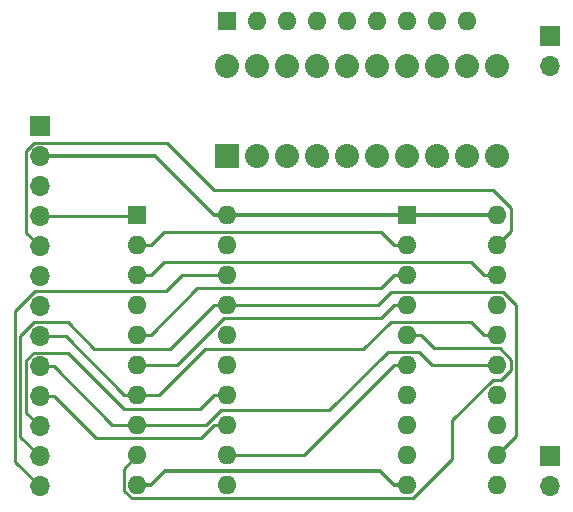
<source format=gtl>
G04 #@! TF.GenerationSoftware,KiCad,Pcbnew,(5.1.2)-2*
G04 #@! TF.CreationDate,2019-08-11T20:12:25+02:00*
G04 #@! TF.ProjectId,Register,52656769-7374-4657-922e-6b696361645f,rev?*
G04 #@! TF.SameCoordinates,Original*
G04 #@! TF.FileFunction,Copper,L1,Top*
G04 #@! TF.FilePolarity,Positive*
%FSLAX46Y46*%
G04 Gerber Fmt 4.6, Leading zero omitted, Abs format (unit mm)*
G04 Created by KiCad (PCBNEW (5.1.2)-2) date 2019-08-11 20:12:25*
%MOMM*%
%LPD*%
G04 APERTURE LIST*
%ADD10O,1.700000X1.700000*%
%ADD11R,1.700000X1.700000*%
%ADD12R,2.032000X2.032000*%
%ADD13C,2.032000*%
%ADD14O,1.600000X1.600000*%
%ADD15R,1.600000X1.600000*%
%ADD16C,0.350000*%
%ADD17C,0.250000*%
G04 APERTURE END LIST*
D10*
X76835000Y-27940000D03*
D11*
X76835000Y-25400000D03*
X76835000Y-60960000D03*
D10*
X76835000Y-63500000D03*
D11*
X33655000Y-33020000D03*
D10*
X33655000Y-35560000D03*
X33655000Y-38100000D03*
X33655000Y-40640000D03*
X33655000Y-43180000D03*
X33655000Y-45720000D03*
X33655000Y-48260000D03*
X33655000Y-50800000D03*
X33655000Y-53340000D03*
X33655000Y-55880000D03*
X33655000Y-58420000D03*
X33655000Y-60960000D03*
X33655000Y-63500000D03*
D12*
X49530000Y-35560000D03*
D13*
X52070000Y-35560000D03*
X54610000Y-35560000D03*
X57150000Y-35560000D03*
X67310000Y-27940000D03*
X64770000Y-27940000D03*
X62230000Y-27940000D03*
X59690000Y-27940000D03*
X59690000Y-35560000D03*
X62230000Y-35560000D03*
X64770000Y-35560000D03*
X67310000Y-35560000D03*
X69850000Y-27940000D03*
X72390000Y-27940000D03*
X72390000Y-35560000D03*
X69850000Y-35560000D03*
X57150000Y-27940000D03*
X54610000Y-27940000D03*
X52070000Y-27940000D03*
X49530000Y-27940000D03*
D14*
X72390000Y-40513000D03*
X64770000Y-63373000D03*
X72390000Y-43053000D03*
X64770000Y-60833000D03*
X72390000Y-45593000D03*
X64770000Y-58293000D03*
X72390000Y-48133000D03*
X64770000Y-55753000D03*
X72390000Y-50673000D03*
X64770000Y-53213000D03*
X72390000Y-53213000D03*
X64770000Y-50673000D03*
X72390000Y-55753000D03*
X64770000Y-48133000D03*
X72390000Y-58293000D03*
X64770000Y-45593000D03*
X72390000Y-60833000D03*
X64770000Y-43053000D03*
X72390000Y-63373000D03*
D15*
X64770000Y-40513000D03*
X41910000Y-40513000D03*
D14*
X49530000Y-63373000D03*
X41910000Y-43053000D03*
X49530000Y-60833000D03*
X41910000Y-45593000D03*
X49530000Y-58293000D03*
X41910000Y-48133000D03*
X49530000Y-55753000D03*
X41910000Y-50673000D03*
X49530000Y-53213000D03*
X41910000Y-53213000D03*
X49530000Y-50673000D03*
X41910000Y-55753000D03*
X49530000Y-48133000D03*
X41910000Y-58293000D03*
X49530000Y-45593000D03*
X41910000Y-60833000D03*
X49530000Y-43053000D03*
X41910000Y-63373000D03*
X49530000Y-40513000D03*
D15*
X49530000Y-24130000D03*
D14*
X52070000Y-24130000D03*
X54610000Y-24130000D03*
X57150000Y-24130000D03*
X59690000Y-24130000D03*
X62230000Y-24130000D03*
X64770000Y-24130000D03*
X67310000Y-24130000D03*
X69850000Y-24130000D03*
D16*
X43085300Y-63373000D02*
X44275900Y-62182400D01*
X44275900Y-62182400D02*
X62404100Y-62182400D01*
X62404100Y-62182400D02*
X63594700Y-63373000D01*
X64770000Y-63373000D02*
X63594700Y-63373000D01*
X41910000Y-63373000D02*
X43085300Y-63373000D01*
D17*
X41783000Y-40640000D02*
X41910000Y-40513000D01*
X33655000Y-40640000D02*
X41783000Y-40640000D01*
X64770000Y-43053000D02*
X63644700Y-43053000D01*
X41910000Y-43053000D02*
X43035300Y-43053000D01*
X43035300Y-43053000D02*
X44160600Y-41927700D01*
X44160600Y-41927700D02*
X62519400Y-41927700D01*
X62519400Y-41927700D02*
X63644700Y-43053000D01*
X64770000Y-53213000D02*
X63644700Y-53213000D01*
X49530000Y-60833000D02*
X56024700Y-60833000D01*
X56024700Y-60833000D02*
X63644700Y-53213000D01*
X72390000Y-45593000D02*
X71264700Y-45593000D01*
X41910000Y-45593000D02*
X43035300Y-45593000D01*
X43035300Y-45593000D02*
X44160600Y-44467700D01*
X44160600Y-44467700D02*
X70139400Y-44467700D01*
X70139400Y-44467700D02*
X71264700Y-45593000D01*
X33655000Y-55880000D02*
X34830300Y-55880000D01*
X49530000Y-58293000D02*
X48404700Y-58293000D01*
X48404700Y-58293000D02*
X47270800Y-59426900D01*
X47270800Y-59426900D02*
X38377200Y-59426900D01*
X38377200Y-59426900D02*
X34830300Y-55880000D01*
X48404700Y-55753000D02*
X49530000Y-55753000D01*
X47208600Y-56949100D02*
X48404700Y-55753000D01*
X33655000Y-58420000D02*
X32479700Y-57244700D01*
X32479700Y-57244700D02*
X32479700Y-52819300D01*
X32479700Y-52819300D02*
X33135300Y-52163700D01*
X35999200Y-52163700D02*
X40784600Y-56949100D01*
X33135300Y-52163700D02*
X35999200Y-52163700D01*
X40784600Y-56949100D02*
X47208600Y-56949100D01*
X41910000Y-50673000D02*
X43035300Y-50673000D01*
X64770000Y-45593000D02*
X63644700Y-45593000D01*
X43035300Y-50673000D02*
X46990000Y-46718300D01*
X46990000Y-46718300D02*
X62519400Y-46718300D01*
X62519400Y-46718300D02*
X63644700Y-45593000D01*
X64770000Y-48133000D02*
X63644700Y-48133000D01*
X41910000Y-53213000D02*
X45294000Y-53213000D01*
X45294000Y-53213000D02*
X49248700Y-49258300D01*
X49248700Y-49258300D02*
X62519400Y-49258300D01*
X62519400Y-49258300D02*
X63644700Y-48133000D01*
X41910000Y-55753000D02*
X43035300Y-55753000D01*
X71264700Y-50673000D02*
X70139400Y-49547700D01*
X70139400Y-49547700D02*
X63360000Y-49547700D01*
X63360000Y-49547700D02*
X61045100Y-51862600D01*
X61045100Y-51862600D02*
X47646300Y-51862600D01*
X47646300Y-51862600D02*
X43755900Y-55753000D01*
X43755900Y-55753000D02*
X43035300Y-55753000D01*
X72390000Y-50673000D02*
X71264700Y-50673000D01*
X41723600Y-55753000D02*
X41910000Y-55753000D01*
X41723600Y-55753000D02*
X40784700Y-55753000D01*
X40784700Y-55753000D02*
X35831700Y-50800000D01*
X35831700Y-50800000D02*
X33655000Y-50800000D01*
X48404700Y-48133000D02*
X49530000Y-48133000D01*
X33655000Y-60960000D02*
X32004700Y-59309700D01*
X32004700Y-59309700D02*
X32004700Y-50770200D01*
X44688800Y-51848900D02*
X48404700Y-48133000D01*
X32004700Y-50770200D02*
X33168900Y-49606000D01*
X33168900Y-49606000D02*
X35995500Y-49606000D01*
X35995500Y-49606000D02*
X38238400Y-51848900D01*
X38238400Y-51848900D02*
X44688800Y-51848900D01*
X62234700Y-48133000D02*
X49530000Y-48133000D01*
X63361200Y-47006500D02*
X62234700Y-48133000D01*
X72869900Y-47006500D02*
X63361200Y-47006500D01*
X73999100Y-48135700D02*
X72869900Y-47006500D01*
X73999100Y-59223900D02*
X73999100Y-48135700D01*
X72390000Y-60833000D02*
X73999100Y-59223900D01*
X41910000Y-58293000D02*
X39783300Y-58293000D01*
X39783300Y-58293000D02*
X34830300Y-53340000D01*
X41910000Y-58293000D02*
X47729800Y-58293000D01*
X47729800Y-58293000D02*
X48999800Y-57023000D01*
X48999800Y-57023000D02*
X58150600Y-57023000D01*
X58150600Y-57023000D02*
X63096900Y-52076700D01*
X63096900Y-52076700D02*
X65723400Y-52076700D01*
X65723400Y-52076700D02*
X66859700Y-53213000D01*
X66859700Y-53213000D02*
X72390000Y-53213000D01*
X33655000Y-53340000D02*
X34830300Y-53340000D01*
X45715300Y-45593000D02*
X49530000Y-45593000D01*
X44318300Y-46990000D02*
X45715300Y-45593000D01*
X33217400Y-46990000D02*
X44318300Y-46990000D01*
X31554300Y-48653100D02*
X33217400Y-46990000D01*
X31554300Y-61399300D02*
X31554300Y-48653100D01*
X33655000Y-63500000D02*
X31554300Y-61399300D01*
X67020600Y-51798300D02*
X65895300Y-50673000D01*
X72711700Y-54483000D02*
X73542700Y-53652000D01*
X71998000Y-54483000D02*
X72711700Y-54483000D01*
X73542700Y-52767800D02*
X72573200Y-51798300D01*
X68580000Y-57901000D02*
X71998000Y-54483000D01*
X73542700Y-53652000D02*
X73542700Y-52767800D01*
X41910000Y-60833000D02*
X40749900Y-61993100D01*
X72573200Y-51798300D02*
X67020600Y-51798300D01*
X40749900Y-61993100D02*
X40749900Y-63842100D01*
X65895300Y-50673000D02*
X64770000Y-50673000D01*
X40749900Y-63842100D02*
X41410300Y-64502500D01*
X65232700Y-64502500D02*
X68580000Y-61155200D01*
X41410300Y-64502500D02*
X65232700Y-64502500D01*
X68580000Y-61155200D02*
X68580000Y-57901000D01*
D16*
X49530000Y-40513000D02*
X48354700Y-40513000D01*
X48354700Y-40513000D02*
X43401700Y-35560000D01*
X43401700Y-35560000D02*
X33655000Y-35560000D01*
X64770000Y-40513000D02*
X49530000Y-40513000D01*
X64770000Y-40513000D02*
X72390000Y-40513000D01*
D17*
X32479700Y-42004700D02*
X33655000Y-43180000D01*
X33161800Y-34382500D02*
X32479700Y-35064600D01*
X73532000Y-41911000D02*
X73532000Y-39941500D01*
X73532000Y-39941500D02*
X71998600Y-38408100D01*
X71998600Y-38408100D02*
X48404600Y-38408100D01*
X32479700Y-35064600D02*
X32479700Y-42004700D01*
X48404600Y-38408100D02*
X44379000Y-34382500D01*
X72390000Y-43053000D02*
X73532000Y-41911000D01*
X44379000Y-34382500D02*
X33161800Y-34382500D01*
M02*

</source>
